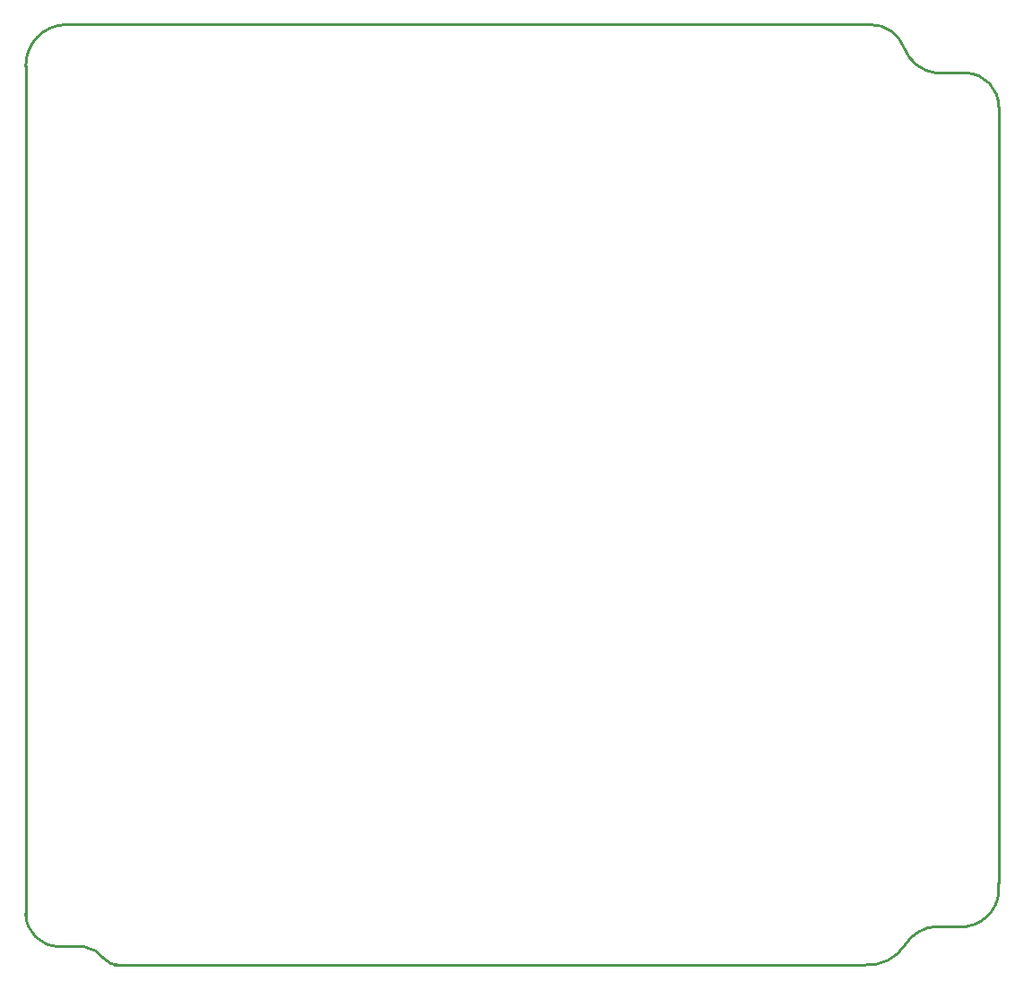
<source format=gko>
G04*
G04 #@! TF.GenerationSoftware,Altium Limited,Altium Designer,18.1.7 (191)*
G04*
G04 Layer_Color=16711935*
%FSLAX25Y25*%
%MOIN*%
G70*
G01*
G75*
%ADD11C,0.01000*%
D11*
X14967Y349915D02*
G03*
X16Y334358I303J-15254D01*
G01*
X29260Y2280D02*
G03*
X21555Y6906I-9648J-7340D01*
G01*
X-0Y19111D02*
G03*
X12402Y6906I12303J98D01*
G01*
X312115Y114D02*
G03*
X326870Y7497I1233J15972D01*
G01*
X338386Y14386D02*
G03*
X326870Y7497I1070J-14856D01*
G01*
X349803Y14386D02*
G03*
X361626Y30410I-2100J13923D01*
G01*
X326575Y341158D02*
G03*
X338336Y331906I13607J5196D01*
G01*
X326575Y341158D02*
G03*
X313878Y349918I-12487J-4517D01*
G01*
X361713Y319130D02*
G03*
X349508Y331906I-12490J285D01*
G01*
X29260Y2280D02*
G03*
X34350Y-0I5012J4367D01*
G01*
X15059Y349918D02*
X313878D01*
X0Y17284D02*
Y334661D01*
X12402Y6906D02*
X21555D01*
X338386Y14386D02*
X349803D01*
X338336Y331906D02*
X349508D01*
X361626Y30410D02*
Y319416D01*
X32795Y0D02*
X312106D01*
M02*

</source>
